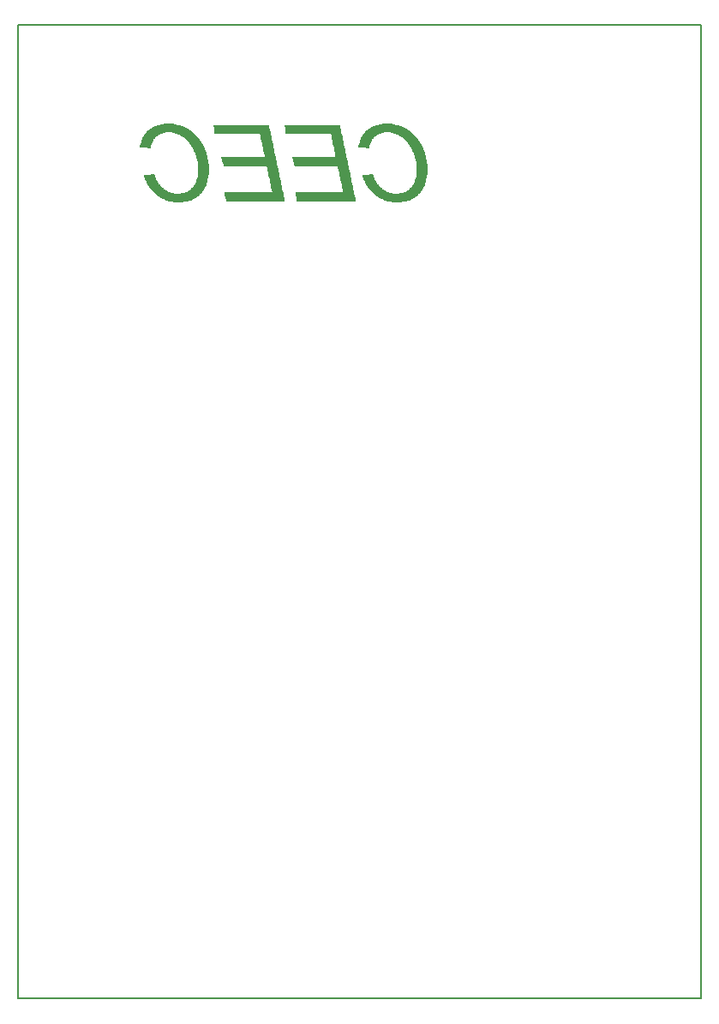
<source format=gbr>
G04 PROTEUS GERBER X2 FILE*
%TF.GenerationSoftware,Labcenter,Proteus,8.6-SP2-Build23525*%
%TF.CreationDate,2019-05-23T03:36:02+00:00*%
%TF.FileFunction,Legend,Bot*%
%TF.FilePolarity,Positive*%
%TF.Part,Single*%
%FSLAX45Y45*%
%MOMM*%
G01*
%TA.AperFunction,Profile*%
%ADD20C,0.203200*%
%TA.AperFunction,Material*%
%ADD22C,0.063500*%
%TD.AperFunction*%
D20*
X-10400000Y-3430000D02*
X-3650000Y-3430000D01*
X-3650000Y+6180000D01*
X-10400000Y+6180000D01*
X-10400000Y-3430000D01*
D22*
X-8866268Y+4438610D02*
X-8774828Y+4438610D01*
X-6707268Y+4438610D02*
X-6615828Y+4438610D01*
X-8896748Y+4443690D02*
X-8744348Y+4443690D01*
X-6737748Y+4443690D02*
X-6585348Y+4443690D01*
X-8917068Y+4448770D02*
X-8724028Y+4448770D01*
X-8348108Y+4448770D02*
X-7774068Y+4448770D01*
X-7647068Y+4448770D02*
X-7073028Y+4448770D01*
X-6758068Y+4448770D02*
X-6565028Y+4448770D01*
X-8932308Y+4453850D02*
X-8708788Y+4453850D01*
X-8348108Y+4453850D02*
X-7774068Y+4453850D01*
X-7647068Y+4453850D02*
X-7073028Y+4453850D01*
X-6773308Y+4453850D02*
X-6549788Y+4453850D01*
X-8947548Y+4458930D02*
X-8693548Y+4458930D01*
X-8348108Y+4458930D02*
X-7779148Y+4458930D01*
X-7647068Y+4458930D02*
X-7078108Y+4458930D01*
X-6788548Y+4458930D02*
X-6534548Y+4458930D01*
X-8957708Y+4464010D02*
X-8683388Y+4464010D01*
X-8348108Y+4464010D02*
X-7779148Y+4464010D01*
X-7647068Y+4464010D02*
X-7078108Y+4464010D01*
X-6798708Y+4464010D02*
X-6524388Y+4464010D01*
X-8967868Y+4469090D02*
X-8673228Y+4469090D01*
X-8353188Y+4469090D02*
X-7779148Y+4469090D01*
X-7652148Y+4469090D02*
X-7078108Y+4469090D01*
X-6808868Y+4469090D02*
X-6514228Y+4469090D01*
X-8978028Y+4474170D02*
X-8663068Y+4474170D01*
X-8353188Y+4474170D02*
X-7779148Y+4474170D01*
X-7652148Y+4474170D02*
X-7078108Y+4474170D01*
X-6819028Y+4474170D02*
X-6504068Y+4474170D01*
X-8988188Y+4479250D02*
X-8652908Y+4479250D01*
X-8353188Y+4479250D02*
X-7779148Y+4479250D01*
X-7652148Y+4479250D02*
X-7078108Y+4479250D01*
X-6829188Y+4479250D02*
X-6493908Y+4479250D01*
X-8998348Y+4484330D02*
X-8647828Y+4484330D01*
X-8353188Y+4484330D02*
X-7784228Y+4484330D01*
X-7652148Y+4484330D02*
X-7083188Y+4484330D01*
X-6839348Y+4484330D02*
X-6488828Y+4484330D01*
X-9003428Y+4489410D02*
X-8637668Y+4489410D01*
X-8353188Y+4489410D02*
X-7784228Y+4489410D01*
X-7652148Y+4489410D02*
X-7083188Y+4489410D01*
X-6844428Y+4489410D02*
X-6478668Y+4489410D01*
X-9013588Y+4494490D02*
X-8632588Y+4494490D01*
X-8358268Y+4494490D02*
X-7784228Y+4494490D01*
X-7657228Y+4494490D02*
X-7083188Y+4494490D01*
X-6854588Y+4494490D02*
X-6473588Y+4494490D01*
X-9018668Y+4499570D02*
X-8627508Y+4499570D01*
X-8358268Y+4499570D02*
X-7784228Y+4499570D01*
X-7657228Y+4499570D02*
X-7083188Y+4499570D01*
X-6859668Y+4499570D02*
X-6468508Y+4499570D01*
X-9028828Y+4504650D02*
X-8622428Y+4504650D01*
X-8358268Y+4504650D02*
X-7784228Y+4504650D01*
X-7657228Y+4504650D02*
X-7083188Y+4504650D01*
X-6869828Y+4504650D02*
X-6463428Y+4504650D01*
X-9033908Y+4509730D02*
X-8617348Y+4509730D01*
X-8358268Y+4509730D02*
X-7789308Y+4509730D01*
X-7657228Y+4509730D02*
X-7088268Y+4509730D01*
X-6874908Y+4509730D02*
X-6458348Y+4509730D01*
X-9038988Y+4514810D02*
X-8612268Y+4514810D01*
X-8358268Y+4514810D02*
X-7789308Y+4514810D01*
X-7657228Y+4514810D02*
X-7088268Y+4514810D01*
X-6879988Y+4514810D02*
X-6453268Y+4514810D01*
X-9044068Y+4519890D02*
X-8866268Y+4519890D01*
X-8795148Y+4519890D02*
X-8607188Y+4519890D01*
X-8363348Y+4519890D02*
X-7789308Y+4519890D01*
X-7662308Y+4519890D02*
X-7088268Y+4519890D01*
X-6885068Y+4519890D02*
X-6707268Y+4519890D01*
X-6636148Y+4519890D02*
X-6448188Y+4519890D01*
X-9049148Y+4524970D02*
X-8886588Y+4524970D01*
X-8769748Y+4524970D02*
X-8602108Y+4524970D01*
X-8363348Y+4524970D02*
X-7789308Y+4524970D01*
X-7662308Y+4524970D02*
X-7088268Y+4524970D01*
X-6890148Y+4524970D02*
X-6727588Y+4524970D01*
X-6610748Y+4524970D02*
X-6443108Y+4524970D01*
X-9054228Y+4530050D02*
X-8906908Y+4530050D01*
X-8754508Y+4530050D02*
X-8597028Y+4530050D01*
X-8363348Y+4530050D02*
X-7789308Y+4530050D01*
X-7662308Y+4530050D02*
X-7088268Y+4530050D01*
X-6895228Y+4530050D02*
X-6747908Y+4530050D01*
X-6595508Y+4530050D02*
X-6438028Y+4530050D01*
X-9059308Y+4535130D02*
X-8917068Y+4535130D01*
X-8739268Y+4535130D02*
X-8591948Y+4535130D01*
X-7890908Y+4535130D02*
X-7794388Y+4535130D01*
X-7189868Y+4535130D02*
X-7093348Y+4535130D01*
X-6900308Y+4535130D02*
X-6758068Y+4535130D01*
X-6580268Y+4535130D02*
X-6432948Y+4535130D01*
X-9064388Y+4540210D02*
X-8927228Y+4540210D01*
X-8729108Y+4540210D02*
X-8586868Y+4540210D01*
X-7890908Y+4540210D02*
X-7794388Y+4540210D01*
X-7189868Y+4540210D02*
X-7093348Y+4540210D01*
X-6905388Y+4540210D02*
X-6768228Y+4540210D01*
X-6570108Y+4540210D02*
X-6427868Y+4540210D01*
X-9069468Y+4545290D02*
X-8937388Y+4545290D01*
X-8718948Y+4545290D02*
X-8581788Y+4545290D01*
X-7890908Y+4545290D02*
X-7794388Y+4545290D01*
X-7189868Y+4545290D02*
X-7093348Y+4545290D01*
X-6910468Y+4545290D02*
X-6778388Y+4545290D01*
X-6559948Y+4545290D02*
X-6422788Y+4545290D01*
X-9074548Y+4550370D02*
X-8947548Y+4550370D01*
X-8713868Y+4550370D02*
X-8581788Y+4550370D01*
X-7895988Y+4550370D02*
X-7794388Y+4550370D01*
X-7194948Y+4550370D02*
X-7093348Y+4550370D01*
X-6915548Y+4550370D02*
X-6788548Y+4550370D01*
X-6554868Y+4550370D02*
X-6422788Y+4550370D01*
X-9079628Y+4555450D02*
X-8952628Y+4555450D01*
X-8703708Y+4555450D02*
X-8576708Y+4555450D01*
X-7895988Y+4555450D02*
X-7799468Y+4555450D01*
X-7194948Y+4555450D02*
X-7098428Y+4555450D01*
X-6920628Y+4555450D02*
X-6793628Y+4555450D01*
X-6544708Y+4555450D02*
X-6417708Y+4555450D01*
X-9084708Y+4560530D02*
X-8962788Y+4560530D01*
X-8698628Y+4560530D02*
X-8571628Y+4560530D01*
X-7895988Y+4560530D02*
X-7799468Y+4560530D01*
X-7194948Y+4560530D02*
X-7098428Y+4560530D01*
X-6925708Y+4560530D02*
X-6803788Y+4560530D01*
X-6539628Y+4560530D02*
X-6412628Y+4560530D01*
X-9089788Y+4565610D02*
X-8967868Y+4565610D01*
X-8693548Y+4565610D02*
X-8571628Y+4565610D01*
X-7895988Y+4565610D02*
X-7799468Y+4565610D01*
X-7194948Y+4565610D02*
X-7098428Y+4565610D01*
X-6930788Y+4565610D02*
X-6808868Y+4565610D01*
X-6534548Y+4565610D02*
X-6412628Y+4565610D01*
X-9094868Y+4570690D02*
X-8972948Y+4570690D01*
X-8688468Y+4570690D02*
X-8566548Y+4570690D01*
X-7901068Y+4570690D02*
X-7799468Y+4570690D01*
X-7200028Y+4570690D02*
X-7098428Y+4570690D01*
X-6935868Y+4570690D02*
X-6813948Y+4570690D01*
X-6529468Y+4570690D02*
X-6407548Y+4570690D01*
X-9094868Y+4575770D02*
X-8983108Y+4575770D01*
X-8683388Y+4575770D02*
X-8566548Y+4575770D01*
X-7901068Y+4575770D02*
X-7799468Y+4575770D01*
X-7200028Y+4575770D02*
X-7098428Y+4575770D01*
X-6935868Y+4575770D02*
X-6824108Y+4575770D01*
X-6524388Y+4575770D02*
X-6407548Y+4575770D01*
X-9099948Y+4580850D02*
X-8988188Y+4580850D01*
X-8678308Y+4580850D02*
X-8561468Y+4580850D01*
X-7901068Y+4580850D02*
X-7804548Y+4580850D01*
X-7200028Y+4580850D02*
X-7103508Y+4580850D01*
X-6940948Y+4580850D02*
X-6829188Y+4580850D01*
X-6519308Y+4580850D02*
X-6402468Y+4580850D01*
X-9105028Y+4585930D02*
X-8993268Y+4585930D01*
X-8673228Y+4585930D02*
X-8561468Y+4585930D01*
X-7901068Y+4585930D02*
X-7804548Y+4585930D01*
X-7200028Y+4585930D02*
X-7103508Y+4585930D01*
X-6946028Y+4585930D02*
X-6834268Y+4585930D01*
X-6514228Y+4585930D02*
X-6402468Y+4585930D01*
X-9105028Y+4591010D02*
X-8998348Y+4591010D01*
X-8668148Y+4591010D02*
X-8556388Y+4591010D01*
X-7901068Y+4591010D02*
X-7804548Y+4591010D01*
X-7200028Y+4591010D02*
X-7103508Y+4591010D01*
X-6946028Y+4591010D02*
X-6839348Y+4591010D01*
X-6509148Y+4591010D02*
X-6397388Y+4591010D01*
X-9110108Y+4596090D02*
X-9003428Y+4596090D01*
X-8663068Y+4596090D02*
X-8556388Y+4596090D01*
X-7906148Y+4596090D02*
X-7804548Y+4596090D01*
X-7205108Y+4596090D02*
X-7103508Y+4596090D01*
X-6951108Y+4596090D02*
X-6844428Y+4596090D01*
X-6504068Y+4596090D02*
X-6397388Y+4596090D01*
X-9115188Y+4601170D02*
X-9008508Y+4601170D01*
X-8663068Y+4601170D02*
X-8551308Y+4601170D01*
X-7906148Y+4601170D02*
X-7804548Y+4601170D01*
X-7205108Y+4601170D02*
X-7103508Y+4601170D01*
X-6956188Y+4601170D02*
X-6849508Y+4601170D01*
X-6504068Y+4601170D02*
X-6392308Y+4601170D01*
X-9115188Y+4606250D02*
X-9008508Y+4606250D01*
X-8657988Y+4606250D02*
X-8551308Y+4606250D01*
X-7906148Y+4606250D02*
X-7809628Y+4606250D01*
X-7205108Y+4606250D02*
X-7108588Y+4606250D01*
X-6956188Y+4606250D02*
X-6849508Y+4606250D01*
X-6498988Y+4606250D02*
X-6392308Y+4606250D01*
X-9120268Y+4611330D02*
X-9013588Y+4611330D01*
X-8652908Y+4611330D02*
X-8551308Y+4611330D01*
X-7906148Y+4611330D02*
X-7809628Y+4611330D01*
X-7205108Y+4611330D02*
X-7108588Y+4611330D01*
X-6961268Y+4611330D02*
X-6854588Y+4611330D01*
X-6493908Y+4611330D02*
X-6392308Y+4611330D01*
X-9120268Y+4616410D02*
X-9018668Y+4616410D01*
X-8652908Y+4616410D02*
X-8546228Y+4616410D01*
X-7906148Y+4616410D02*
X-7809628Y+4616410D01*
X-7205108Y+4616410D02*
X-7108588Y+4616410D01*
X-6961268Y+4616410D02*
X-6859668Y+4616410D01*
X-6493908Y+4616410D02*
X-6387228Y+4616410D01*
X-9125348Y+4621490D02*
X-9023748Y+4621490D01*
X-8647828Y+4621490D02*
X-8546228Y+4621490D01*
X-7911228Y+4621490D02*
X-7809628Y+4621490D01*
X-7210188Y+4621490D02*
X-7108588Y+4621490D01*
X-6966348Y+4621490D02*
X-6864748Y+4621490D01*
X-6488828Y+4621490D02*
X-6387228Y+4621490D01*
X-9130428Y+4626570D02*
X-9023748Y+4626570D01*
X-8647828Y+4626570D02*
X-8546228Y+4626570D01*
X-7911228Y+4626570D02*
X-7809628Y+4626570D01*
X-7210188Y+4626570D02*
X-7108588Y+4626570D01*
X-6971428Y+4626570D02*
X-6864748Y+4626570D01*
X-6488828Y+4626570D02*
X-6387228Y+4626570D01*
X-9130428Y+4631650D02*
X-9028828Y+4631650D01*
X-8642748Y+4631650D02*
X-8541148Y+4631650D01*
X-7911228Y+4631650D02*
X-7814708Y+4631650D01*
X-7210188Y+4631650D02*
X-7113668Y+4631650D01*
X-6971428Y+4631650D02*
X-6869828Y+4631650D01*
X-6483748Y+4631650D02*
X-6382148Y+4631650D01*
X-9135508Y+4636730D02*
X-9033908Y+4636730D01*
X-8642748Y+4636730D02*
X-8541148Y+4636730D01*
X-7911228Y+4636730D02*
X-7814708Y+4636730D01*
X-7210188Y+4636730D02*
X-7113668Y+4636730D01*
X-6976508Y+4636730D02*
X-6874908Y+4636730D01*
X-6483748Y+4636730D02*
X-6382148Y+4636730D01*
X-9135508Y+4641810D02*
X-9033908Y+4641810D01*
X-8642748Y+4641810D02*
X-8541148Y+4641810D01*
X-7911228Y+4641810D02*
X-7814708Y+4641810D01*
X-7210188Y+4641810D02*
X-7113668Y+4641810D01*
X-6976508Y+4641810D02*
X-6874908Y+4641810D01*
X-6483748Y+4641810D02*
X-6382148Y+4641810D01*
X-9140588Y+4646890D02*
X-9038988Y+4646890D01*
X-8637668Y+4646890D02*
X-8536068Y+4646890D01*
X-7916308Y+4646890D02*
X-7814708Y+4646890D01*
X-7215268Y+4646890D02*
X-7113668Y+4646890D01*
X-6981588Y+4646890D02*
X-6879988Y+4646890D01*
X-6478668Y+4646890D02*
X-6377068Y+4646890D01*
X-9140588Y+4651970D02*
X-9038988Y+4651970D01*
X-8637668Y+4651970D02*
X-8536068Y+4651970D01*
X-7916308Y+4651970D02*
X-7814708Y+4651970D01*
X-7215268Y+4651970D02*
X-7113668Y+4651970D01*
X-6981588Y+4651970D02*
X-6879988Y+4651970D01*
X-6478668Y+4651970D02*
X-6377068Y+4651970D01*
X-9145668Y+4657050D02*
X-9044068Y+4657050D01*
X-8637668Y+4657050D02*
X-8536068Y+4657050D01*
X-7916308Y+4657050D02*
X-7819788Y+4657050D01*
X-7215268Y+4657050D02*
X-7118748Y+4657050D01*
X-6986668Y+4657050D02*
X-6885068Y+4657050D01*
X-6478668Y+4657050D02*
X-6377068Y+4657050D01*
X-9145668Y+4662130D02*
X-9044068Y+4662130D01*
X-8632588Y+4662130D02*
X-8536068Y+4662130D01*
X-7916308Y+4662130D02*
X-7819788Y+4662130D01*
X-7215268Y+4662130D02*
X-7118748Y+4662130D01*
X-6986668Y+4662130D02*
X-6885068Y+4662130D01*
X-6473588Y+4662130D02*
X-6377068Y+4662130D01*
X-9145668Y+4667210D02*
X-9049148Y+4667210D01*
X-8632588Y+4667210D02*
X-8536068Y+4667210D01*
X-7916308Y+4667210D02*
X-7819788Y+4667210D01*
X-7215268Y+4667210D02*
X-7118748Y+4667210D01*
X-6986668Y+4667210D02*
X-6890148Y+4667210D01*
X-6473588Y+4667210D02*
X-6377068Y+4667210D01*
X-9150748Y+4672290D02*
X-9049148Y+4672290D01*
X-8632588Y+4672290D02*
X-8530988Y+4672290D01*
X-7921388Y+4672290D02*
X-7819788Y+4672290D01*
X-7220348Y+4672290D02*
X-7118748Y+4672290D01*
X-6991748Y+4672290D02*
X-6890148Y+4672290D01*
X-6473588Y+4672290D02*
X-6371988Y+4672290D01*
X-9150748Y+4677370D02*
X-9054228Y+4677370D01*
X-8632588Y+4677370D02*
X-8530988Y+4677370D01*
X-7921388Y+4677370D02*
X-7824868Y+4677370D01*
X-7220348Y+4677370D02*
X-7123828Y+4677370D01*
X-6991748Y+4677370D02*
X-6895228Y+4677370D01*
X-6473588Y+4677370D02*
X-6371988Y+4677370D01*
X-9155828Y+4682450D02*
X-9054228Y+4682450D01*
X-8627508Y+4682450D02*
X-8530988Y+4682450D01*
X-7921388Y+4682450D02*
X-7824868Y+4682450D01*
X-7220348Y+4682450D02*
X-7123828Y+4682450D01*
X-6996828Y+4682450D02*
X-6895228Y+4682450D01*
X-6468508Y+4682450D02*
X-6371988Y+4682450D01*
X-9155828Y+4687530D02*
X-9054228Y+4687530D01*
X-8627508Y+4687530D02*
X-8530988Y+4687530D01*
X-7921388Y+4687530D02*
X-7824868Y+4687530D01*
X-7220348Y+4687530D02*
X-7123828Y+4687530D01*
X-6996828Y+4687530D02*
X-6895228Y+4687530D01*
X-6468508Y+4687530D02*
X-6371988Y+4687530D01*
X-9155828Y+4692610D02*
X-9059308Y+4692610D01*
X-8627508Y+4692610D02*
X-8530988Y+4692610D01*
X-7926468Y+4692610D02*
X-7824868Y+4692610D01*
X-7225428Y+4692610D02*
X-7123828Y+4692610D01*
X-6996828Y+4692610D02*
X-6900308Y+4692610D01*
X-6468508Y+4692610D02*
X-6371988Y+4692610D01*
X-9160908Y+4697690D02*
X-9059308Y+4697690D01*
X-8627508Y+4697690D02*
X-8530988Y+4697690D01*
X-7926468Y+4697690D02*
X-7824868Y+4697690D01*
X-7225428Y+4697690D02*
X-7123828Y+4697690D01*
X-7001908Y+4697690D02*
X-6900308Y+4697690D01*
X-6468508Y+4697690D02*
X-6371988Y+4697690D01*
X-9135508Y+4702770D02*
X-9064388Y+4702770D01*
X-8627508Y+4702770D02*
X-8530988Y+4702770D01*
X-7926468Y+4702770D02*
X-7829948Y+4702770D01*
X-7225428Y+4702770D02*
X-7128908Y+4702770D01*
X-6976508Y+4702770D02*
X-6905388Y+4702770D01*
X-6468508Y+4702770D02*
X-6371988Y+4702770D01*
X-9089788Y+4707850D02*
X-9064388Y+4707850D01*
X-8627508Y+4707850D02*
X-8525908Y+4707850D01*
X-7926468Y+4707850D02*
X-7829948Y+4707850D01*
X-7225428Y+4707850D02*
X-7128908Y+4707850D01*
X-6930788Y+4707850D02*
X-6905388Y+4707850D01*
X-6468508Y+4707850D02*
X-6366908Y+4707850D01*
X-8622428Y+4712930D02*
X-8525908Y+4712930D01*
X-7926468Y+4712930D02*
X-7829948Y+4712930D01*
X-7225428Y+4712930D02*
X-7128908Y+4712930D01*
X-6463428Y+4712930D02*
X-6366908Y+4712930D01*
X-8622428Y+4718010D02*
X-8525908Y+4718010D01*
X-7931548Y+4718010D02*
X-7829948Y+4718010D01*
X-7230508Y+4718010D02*
X-7128908Y+4718010D01*
X-6463428Y+4718010D02*
X-6366908Y+4718010D01*
X-8622428Y+4723090D02*
X-8525908Y+4723090D01*
X-7931548Y+4723090D02*
X-7829948Y+4723090D01*
X-7230508Y+4723090D02*
X-7128908Y+4723090D01*
X-6463428Y+4723090D02*
X-6366908Y+4723090D01*
X-8622428Y+4728170D02*
X-8525908Y+4728170D01*
X-7931548Y+4728170D02*
X-7835028Y+4728170D01*
X-7230508Y+4728170D02*
X-7133988Y+4728170D01*
X-6463428Y+4728170D02*
X-6366908Y+4728170D01*
X-8622428Y+4733250D02*
X-8525908Y+4733250D01*
X-7931548Y+4733250D02*
X-7835028Y+4733250D01*
X-7230508Y+4733250D02*
X-7133988Y+4733250D01*
X-6463428Y+4733250D02*
X-6366908Y+4733250D01*
X-8622428Y+4738330D02*
X-8525908Y+4738330D01*
X-7931548Y+4738330D02*
X-7835028Y+4738330D01*
X-7230508Y+4738330D02*
X-7133988Y+4738330D01*
X-6463428Y+4738330D02*
X-6366908Y+4738330D01*
X-8622428Y+4743410D02*
X-8525908Y+4743410D01*
X-7936628Y+4743410D02*
X-7835028Y+4743410D01*
X-7235588Y+4743410D02*
X-7133988Y+4743410D01*
X-6463428Y+4743410D02*
X-6366908Y+4743410D01*
X-8622428Y+4748490D02*
X-8525908Y+4748490D01*
X-7936628Y+4748490D02*
X-7835028Y+4748490D01*
X-7235588Y+4748490D02*
X-7133988Y+4748490D01*
X-6463428Y+4748490D02*
X-6366908Y+4748490D01*
X-8622428Y+4753570D02*
X-8525908Y+4753570D01*
X-7936628Y+4753570D02*
X-7840108Y+4753570D01*
X-7235588Y+4753570D02*
X-7139068Y+4753570D01*
X-6463428Y+4753570D02*
X-6366908Y+4753570D01*
X-8622428Y+4758650D02*
X-8525908Y+4758650D01*
X-7936628Y+4758650D02*
X-7840108Y+4758650D01*
X-7235588Y+4758650D02*
X-7139068Y+4758650D01*
X-6463428Y+4758650D02*
X-6366908Y+4758650D01*
X-8622428Y+4763730D02*
X-8525908Y+4763730D01*
X-7936628Y+4763730D02*
X-7840108Y+4763730D01*
X-7235588Y+4763730D02*
X-7139068Y+4763730D01*
X-6463428Y+4763730D02*
X-6366908Y+4763730D01*
X-8622428Y+4768810D02*
X-8525908Y+4768810D01*
X-7941708Y+4768810D02*
X-7840108Y+4768810D01*
X-7240668Y+4768810D02*
X-7139068Y+4768810D01*
X-6463428Y+4768810D02*
X-6366908Y+4768810D01*
X-8622428Y+4773890D02*
X-8525908Y+4773890D01*
X-7941708Y+4773890D02*
X-7845188Y+4773890D01*
X-7240668Y+4773890D02*
X-7144148Y+4773890D01*
X-6463428Y+4773890D02*
X-6366908Y+4773890D01*
X-8622428Y+4778970D02*
X-8525908Y+4778970D01*
X-7941708Y+4778970D02*
X-7845188Y+4778970D01*
X-7240668Y+4778970D02*
X-7144148Y+4778970D01*
X-6463428Y+4778970D02*
X-6366908Y+4778970D01*
X-8622428Y+4784050D02*
X-8525908Y+4784050D01*
X-7941708Y+4784050D02*
X-7845188Y+4784050D01*
X-7240668Y+4784050D02*
X-7144148Y+4784050D01*
X-6463428Y+4784050D02*
X-6366908Y+4784050D01*
X-8622428Y+4789130D02*
X-8525908Y+4789130D01*
X-7946788Y+4789130D02*
X-7845188Y+4789130D01*
X-7245748Y+4789130D02*
X-7144148Y+4789130D01*
X-6463428Y+4789130D02*
X-6366908Y+4789130D01*
X-8622428Y+4794210D02*
X-8525908Y+4794210D01*
X-8368428Y+4794210D02*
X-7845188Y+4794210D01*
X-7667388Y+4794210D02*
X-7144148Y+4794210D01*
X-6463428Y+4794210D02*
X-6366908Y+4794210D01*
X-8622428Y+4799290D02*
X-8525908Y+4799290D01*
X-8368428Y+4799290D02*
X-7850268Y+4799290D01*
X-7667388Y+4799290D02*
X-7149228Y+4799290D01*
X-6463428Y+4799290D02*
X-6366908Y+4799290D01*
X-8622428Y+4804370D02*
X-8525908Y+4804370D01*
X-8373508Y+4804370D02*
X-7850268Y+4804370D01*
X-7672468Y+4804370D02*
X-7149228Y+4804370D01*
X-6463428Y+4804370D02*
X-6366908Y+4804370D01*
X-8627508Y+4809450D02*
X-8525908Y+4809450D01*
X-8373508Y+4809450D02*
X-7850268Y+4809450D01*
X-7672468Y+4809450D02*
X-7149228Y+4809450D01*
X-6468508Y+4809450D02*
X-6366908Y+4809450D01*
X-8627508Y+4814530D02*
X-8530988Y+4814530D01*
X-8373508Y+4814530D02*
X-7850268Y+4814530D01*
X-7672468Y+4814530D02*
X-7149228Y+4814530D01*
X-6468508Y+4814530D02*
X-6371988Y+4814530D01*
X-8627508Y+4819610D02*
X-8530988Y+4819610D01*
X-8378588Y+4819610D02*
X-7850268Y+4819610D01*
X-7677548Y+4819610D02*
X-7149228Y+4819610D01*
X-6468508Y+4819610D02*
X-6371988Y+4819610D01*
X-8627508Y+4824690D02*
X-8530988Y+4824690D01*
X-8378588Y+4824690D02*
X-7855348Y+4824690D01*
X-7677548Y+4824690D02*
X-7154308Y+4824690D01*
X-6468508Y+4824690D02*
X-6371988Y+4824690D01*
X-8627508Y+4829770D02*
X-8530988Y+4829770D01*
X-8378588Y+4829770D02*
X-7855348Y+4829770D01*
X-7677548Y+4829770D02*
X-7154308Y+4829770D01*
X-6468508Y+4829770D02*
X-6371988Y+4829770D01*
X-8627508Y+4834850D02*
X-8530988Y+4834850D01*
X-8383668Y+4834850D02*
X-7855348Y+4834850D01*
X-7682628Y+4834850D02*
X-7154308Y+4834850D01*
X-6468508Y+4834850D02*
X-6371988Y+4834850D01*
X-8627508Y+4839930D02*
X-8530988Y+4839930D01*
X-8383668Y+4839930D02*
X-7855348Y+4839930D01*
X-7682628Y+4839930D02*
X-7154308Y+4839930D01*
X-6468508Y+4839930D02*
X-6371988Y+4839930D01*
X-8632588Y+4845010D02*
X-8530988Y+4845010D01*
X-8383668Y+4845010D02*
X-7855348Y+4845010D01*
X-7682628Y+4845010D02*
X-7154308Y+4845010D01*
X-6473588Y+4845010D02*
X-6371988Y+4845010D01*
X-8632588Y+4850090D02*
X-8530988Y+4850090D01*
X-8383668Y+4850090D02*
X-7860428Y+4850090D01*
X-7682628Y+4850090D02*
X-7159388Y+4850090D01*
X-6473588Y+4850090D02*
X-6371988Y+4850090D01*
X-8632588Y+4855170D02*
X-8536068Y+4855170D01*
X-8388748Y+4855170D02*
X-7860428Y+4855170D01*
X-7687708Y+4855170D02*
X-7159388Y+4855170D01*
X-6473588Y+4855170D02*
X-6377068Y+4855170D01*
X-8632588Y+4860250D02*
X-8536068Y+4860250D01*
X-8388748Y+4860250D02*
X-7860428Y+4860250D01*
X-7687708Y+4860250D02*
X-7159388Y+4860250D01*
X-6473588Y+4860250D02*
X-6377068Y+4860250D01*
X-8632588Y+4865330D02*
X-8536068Y+4865330D01*
X-8388748Y+4865330D02*
X-7860428Y+4865330D01*
X-7687708Y+4865330D02*
X-7159388Y+4865330D01*
X-6473588Y+4865330D02*
X-6377068Y+4865330D01*
X-8637668Y+4870410D02*
X-8536068Y+4870410D01*
X-8393828Y+4870410D02*
X-7860428Y+4870410D01*
X-7692788Y+4870410D02*
X-7159388Y+4870410D01*
X-6478668Y+4870410D02*
X-6377068Y+4870410D01*
X-8637668Y+4875490D02*
X-8536068Y+4875490D01*
X-8393828Y+4875490D02*
X-7865508Y+4875490D01*
X-7692788Y+4875490D02*
X-7164468Y+4875490D01*
X-6478668Y+4875490D02*
X-6377068Y+4875490D01*
X-8637668Y+4880570D02*
X-8541148Y+4880570D01*
X-7962028Y+4880570D02*
X-7865508Y+4880570D01*
X-7260988Y+4880570D02*
X-7164468Y+4880570D01*
X-6478668Y+4880570D02*
X-6382148Y+4880570D01*
X-8637668Y+4885650D02*
X-8541148Y+4885650D01*
X-7967108Y+4885650D02*
X-7865508Y+4885650D01*
X-7266068Y+4885650D02*
X-7164468Y+4885650D01*
X-6478668Y+4885650D02*
X-6382148Y+4885650D01*
X-8642748Y+4890730D02*
X-8541148Y+4890730D01*
X-7967108Y+4890730D02*
X-7865508Y+4890730D01*
X-7266068Y+4890730D02*
X-7164468Y+4890730D01*
X-6483748Y+4890730D02*
X-6382148Y+4890730D01*
X-8642748Y+4895810D02*
X-8541148Y+4895810D01*
X-7967108Y+4895810D02*
X-7870588Y+4895810D01*
X-7266068Y+4895810D02*
X-7169548Y+4895810D01*
X-6483748Y+4895810D02*
X-6382148Y+4895810D01*
X-8642748Y+4900890D02*
X-8546228Y+4900890D01*
X-7967108Y+4900890D02*
X-7870588Y+4900890D01*
X-7266068Y+4900890D02*
X-7169548Y+4900890D01*
X-6483748Y+4900890D02*
X-6387228Y+4900890D01*
X-8647828Y+4905970D02*
X-8546228Y+4905970D01*
X-7967108Y+4905970D02*
X-7870588Y+4905970D01*
X-7266068Y+4905970D02*
X-7169548Y+4905970D01*
X-6488828Y+4905970D02*
X-6387228Y+4905970D01*
X-8647828Y+4911050D02*
X-8546228Y+4911050D01*
X-7972188Y+4911050D02*
X-7870588Y+4911050D01*
X-7271148Y+4911050D02*
X-7169548Y+4911050D01*
X-6488828Y+4911050D02*
X-6387228Y+4911050D01*
X-8647828Y+4916130D02*
X-8546228Y+4916130D01*
X-7972188Y+4916130D02*
X-7870588Y+4916130D01*
X-7271148Y+4916130D02*
X-7169548Y+4916130D01*
X-6488828Y+4916130D02*
X-6387228Y+4916130D01*
X-8652908Y+4921210D02*
X-8551308Y+4921210D01*
X-7972188Y+4921210D02*
X-7875668Y+4921210D01*
X-7271148Y+4921210D02*
X-7174628Y+4921210D01*
X-6493908Y+4921210D02*
X-6392308Y+4921210D01*
X-8652908Y+4926290D02*
X-8551308Y+4926290D01*
X-7972188Y+4926290D02*
X-7875668Y+4926290D01*
X-7271148Y+4926290D02*
X-7174628Y+4926290D01*
X-6493908Y+4926290D02*
X-6392308Y+4926290D01*
X-8657988Y+4931370D02*
X-8551308Y+4931370D01*
X-7972188Y+4931370D02*
X-7875668Y+4931370D01*
X-7271148Y+4931370D02*
X-7174628Y+4931370D01*
X-6498988Y+4931370D02*
X-6392308Y+4931370D01*
X-8657988Y+4936450D02*
X-8556388Y+4936450D01*
X-7977268Y+4936450D02*
X-7875668Y+4936450D01*
X-7276228Y+4936450D02*
X-7174628Y+4936450D01*
X-6498988Y+4936450D02*
X-6397388Y+4936450D01*
X-8663068Y+4941530D02*
X-8556388Y+4941530D01*
X-7977268Y+4941530D02*
X-7875668Y+4941530D01*
X-7276228Y+4941530D02*
X-7174628Y+4941530D01*
X-6504068Y+4941530D02*
X-6397388Y+4941530D01*
X-8663068Y+4946610D02*
X-8556388Y+4946610D01*
X-7977268Y+4946610D02*
X-7880748Y+4946610D01*
X-7276228Y+4946610D02*
X-7179708Y+4946610D01*
X-6504068Y+4946610D02*
X-6397388Y+4946610D01*
X-8663068Y+4951690D02*
X-8561468Y+4951690D01*
X-7977268Y+4951690D02*
X-7880748Y+4951690D01*
X-7276228Y+4951690D02*
X-7179708Y+4951690D01*
X-6504068Y+4951690D02*
X-6402468Y+4951690D01*
X-8668148Y+4956770D02*
X-8561468Y+4956770D01*
X-7977268Y+4956770D02*
X-7880748Y+4956770D01*
X-7276228Y+4956770D02*
X-7179708Y+4956770D01*
X-6509148Y+4956770D02*
X-6402468Y+4956770D01*
X-8668148Y+4961850D02*
X-8566548Y+4961850D01*
X-7982348Y+4961850D02*
X-7880748Y+4961850D01*
X-7281308Y+4961850D02*
X-7179708Y+4961850D01*
X-6509148Y+4961850D02*
X-6407548Y+4961850D01*
X-8673228Y+4966930D02*
X-8566548Y+4966930D01*
X-7982348Y+4966930D02*
X-7880748Y+4966930D01*
X-7281308Y+4966930D02*
X-7179708Y+4966930D01*
X-6514228Y+4966930D02*
X-6407548Y+4966930D01*
X-9125348Y+4972010D02*
X-9099948Y+4972010D01*
X-8678308Y+4972010D02*
X-8566548Y+4972010D01*
X-7982348Y+4972010D02*
X-7885828Y+4972010D01*
X-7281308Y+4972010D02*
X-7184788Y+4972010D01*
X-6966348Y+4972010D02*
X-6940948Y+4972010D01*
X-6519308Y+4972010D02*
X-6407548Y+4972010D01*
X-9171068Y+4977090D02*
X-9099948Y+4977090D01*
X-8678308Y+4977090D02*
X-8571628Y+4977090D01*
X-7982348Y+4977090D02*
X-7885828Y+4977090D01*
X-7281308Y+4977090D02*
X-7184788Y+4977090D01*
X-7012068Y+4977090D02*
X-6940948Y+4977090D01*
X-6519308Y+4977090D02*
X-6412628Y+4977090D01*
X-9196468Y+4982170D02*
X-9099948Y+4982170D01*
X-8683388Y+4982170D02*
X-8571628Y+4982170D01*
X-7982348Y+4982170D02*
X-7885828Y+4982170D01*
X-7281308Y+4982170D02*
X-7184788Y+4982170D01*
X-7037468Y+4982170D02*
X-6940948Y+4982170D01*
X-6524388Y+4982170D02*
X-6412628Y+4982170D01*
X-9196468Y+4987250D02*
X-9094868Y+4987250D01*
X-8683388Y+4987250D02*
X-8576708Y+4987250D01*
X-7987428Y+4987250D02*
X-7885828Y+4987250D01*
X-7286388Y+4987250D02*
X-7184788Y+4987250D01*
X-7037468Y+4987250D02*
X-6935868Y+4987250D01*
X-6524388Y+4987250D02*
X-6417708Y+4987250D01*
X-9196468Y+4992330D02*
X-9094868Y+4992330D01*
X-8688468Y+4992330D02*
X-8576708Y+4992330D01*
X-7987428Y+4992330D02*
X-7890908Y+4992330D01*
X-7286388Y+4992330D02*
X-7189868Y+4992330D01*
X-7037468Y+4992330D02*
X-6935868Y+4992330D01*
X-6529468Y+4992330D02*
X-6417708Y+4992330D01*
X-9196468Y+4997410D02*
X-9094868Y+4997410D01*
X-8693548Y+4997410D02*
X-8581788Y+4997410D01*
X-7987428Y+4997410D02*
X-7890908Y+4997410D01*
X-7286388Y+4997410D02*
X-7189868Y+4997410D01*
X-7037468Y+4997410D02*
X-6935868Y+4997410D01*
X-6534548Y+4997410D02*
X-6422788Y+4997410D01*
X-9191388Y+5002490D02*
X-9094868Y+5002490D01*
X-8693548Y+5002490D02*
X-8581788Y+5002490D01*
X-7987428Y+5002490D02*
X-7890908Y+5002490D01*
X-7286388Y+5002490D02*
X-7189868Y+5002490D01*
X-7032388Y+5002490D02*
X-6935868Y+5002490D01*
X-6534548Y+5002490D02*
X-6422788Y+5002490D01*
X-9191388Y+5007570D02*
X-9089788Y+5007570D01*
X-8698628Y+5007570D02*
X-8586868Y+5007570D01*
X-7992508Y+5007570D02*
X-7890908Y+5007570D01*
X-7291468Y+5007570D02*
X-7189868Y+5007570D01*
X-7032388Y+5007570D02*
X-6930788Y+5007570D01*
X-6539628Y+5007570D02*
X-6427868Y+5007570D01*
X-9191388Y+5012650D02*
X-9089788Y+5012650D01*
X-8703708Y+5012650D02*
X-8591948Y+5012650D01*
X-7992508Y+5012650D02*
X-7890908Y+5012650D01*
X-7291468Y+5012650D02*
X-7189868Y+5012650D01*
X-7032388Y+5012650D02*
X-6930788Y+5012650D01*
X-6544708Y+5012650D02*
X-6432948Y+5012650D01*
X-9191388Y+5017730D02*
X-9089788Y+5017730D01*
X-8708788Y+5017730D02*
X-8591948Y+5017730D01*
X-7992508Y+5017730D02*
X-7895988Y+5017730D01*
X-7291468Y+5017730D02*
X-7194948Y+5017730D01*
X-7032388Y+5017730D02*
X-6930788Y+5017730D01*
X-6549788Y+5017730D02*
X-6432948Y+5017730D01*
X-9186308Y+5022810D02*
X-9084708Y+5022810D01*
X-8708788Y+5022810D02*
X-8597028Y+5022810D01*
X-7992508Y+5022810D02*
X-7895988Y+5022810D01*
X-7291468Y+5022810D02*
X-7194948Y+5022810D01*
X-7027308Y+5022810D02*
X-6925708Y+5022810D01*
X-6549788Y+5022810D02*
X-6438028Y+5022810D01*
X-9186308Y+5027890D02*
X-9084708Y+5027890D01*
X-8713868Y+5027890D02*
X-8597028Y+5027890D01*
X-7992508Y+5027890D02*
X-7895988Y+5027890D01*
X-7291468Y+5027890D02*
X-7194948Y+5027890D01*
X-7027308Y+5027890D02*
X-6925708Y+5027890D01*
X-6554868Y+5027890D02*
X-6438028Y+5027890D01*
X-9186308Y+5032970D02*
X-9079628Y+5032970D01*
X-8718948Y+5032970D02*
X-8602108Y+5032970D01*
X-7997588Y+5032970D02*
X-7895988Y+5032970D01*
X-7296548Y+5032970D02*
X-7194948Y+5032970D01*
X-7027308Y+5032970D02*
X-6920628Y+5032970D01*
X-6559948Y+5032970D02*
X-6443108Y+5032970D01*
X-9186308Y+5038050D02*
X-9079628Y+5038050D01*
X-8724028Y+5038050D02*
X-8607188Y+5038050D01*
X-7997588Y+5038050D02*
X-7895988Y+5038050D01*
X-7296548Y+5038050D02*
X-7194948Y+5038050D01*
X-7027308Y+5038050D02*
X-6920628Y+5038050D01*
X-6565028Y+5038050D02*
X-6448188Y+5038050D01*
X-9181228Y+5043130D02*
X-9074548Y+5043130D01*
X-8729108Y+5043130D02*
X-8607188Y+5043130D01*
X-7997588Y+5043130D02*
X-7901068Y+5043130D01*
X-7296548Y+5043130D02*
X-7200028Y+5043130D01*
X-7022228Y+5043130D02*
X-6915548Y+5043130D01*
X-6570108Y+5043130D02*
X-6448188Y+5043130D01*
X-9181228Y+5048210D02*
X-9074548Y+5048210D01*
X-8734188Y+5048210D02*
X-8612268Y+5048210D01*
X-7997588Y+5048210D02*
X-7901068Y+5048210D01*
X-7296548Y+5048210D02*
X-7200028Y+5048210D01*
X-7022228Y+5048210D02*
X-6915548Y+5048210D01*
X-6575188Y+5048210D02*
X-6453268Y+5048210D01*
X-9176148Y+5053290D02*
X-9069468Y+5053290D01*
X-8739268Y+5053290D02*
X-8617348Y+5053290D01*
X-7997588Y+5053290D02*
X-7901068Y+5053290D01*
X-7296548Y+5053290D02*
X-7200028Y+5053290D01*
X-7017148Y+5053290D02*
X-6910468Y+5053290D01*
X-6580268Y+5053290D02*
X-6458348Y+5053290D01*
X-9176148Y+5058370D02*
X-9069468Y+5058370D01*
X-8744348Y+5058370D02*
X-8622428Y+5058370D01*
X-8002668Y+5058370D02*
X-7901068Y+5058370D01*
X-7301628Y+5058370D02*
X-7200028Y+5058370D01*
X-7017148Y+5058370D02*
X-6910468Y+5058370D01*
X-6585348Y+5058370D02*
X-6463428Y+5058370D01*
X-9176148Y+5063450D02*
X-9064388Y+5063450D01*
X-8749428Y+5063450D02*
X-8622428Y+5063450D01*
X-8002668Y+5063450D02*
X-7901068Y+5063450D01*
X-7301628Y+5063450D02*
X-7200028Y+5063450D01*
X-7017148Y+5063450D02*
X-6905388Y+5063450D01*
X-6590428Y+5063450D02*
X-6463428Y+5063450D01*
X-9171068Y+5068530D02*
X-9059308Y+5068530D01*
X-8754508Y+5068530D02*
X-8627508Y+5068530D01*
X-8002668Y+5068530D02*
X-7906148Y+5068530D01*
X-7301628Y+5068530D02*
X-7205108Y+5068530D01*
X-7012068Y+5068530D02*
X-6900308Y+5068530D01*
X-6595508Y+5068530D02*
X-6468508Y+5068530D01*
X-9171068Y+5073610D02*
X-9054228Y+5073610D01*
X-8759588Y+5073610D02*
X-8632588Y+5073610D01*
X-8002668Y+5073610D02*
X-7906148Y+5073610D01*
X-7301628Y+5073610D02*
X-7205108Y+5073610D01*
X-7012068Y+5073610D02*
X-6895228Y+5073610D01*
X-6600588Y+5073610D02*
X-6473588Y+5073610D01*
X-9165988Y+5078690D02*
X-9049148Y+5078690D01*
X-8769748Y+5078690D02*
X-8637668Y+5078690D01*
X-8002668Y+5078690D02*
X-7906148Y+5078690D01*
X-7301628Y+5078690D02*
X-7205108Y+5078690D01*
X-7006988Y+5078690D02*
X-6890148Y+5078690D01*
X-6610748Y+5078690D02*
X-6478668Y+5078690D01*
X-9165988Y+5083770D02*
X-9044068Y+5083770D01*
X-8774828Y+5083770D02*
X-8642748Y+5083770D01*
X-8007748Y+5083770D02*
X-7906148Y+5083770D01*
X-7306708Y+5083770D02*
X-7205108Y+5083770D01*
X-7006988Y+5083770D02*
X-6885068Y+5083770D01*
X-6615828Y+5083770D02*
X-6483748Y+5083770D01*
X-9160908Y+5088850D02*
X-9038988Y+5088850D01*
X-8784988Y+5088850D02*
X-8647828Y+5088850D01*
X-8007748Y+5088850D02*
X-7906148Y+5088850D01*
X-7306708Y+5088850D02*
X-7205108Y+5088850D01*
X-7001908Y+5088850D02*
X-6879988Y+5088850D01*
X-6625988Y+5088850D02*
X-6488828Y+5088850D01*
X-9155828Y+5093930D02*
X-9033908Y+5093930D01*
X-8790068Y+5093930D02*
X-8652908Y+5093930D01*
X-8007748Y+5093930D02*
X-7911228Y+5093930D01*
X-7306708Y+5093930D02*
X-7210188Y+5093930D01*
X-6996828Y+5093930D02*
X-6874908Y+5093930D01*
X-6631068Y+5093930D02*
X-6493908Y+5093930D01*
X-9155828Y+5099010D02*
X-9023748Y+5099010D01*
X-8800228Y+5099010D02*
X-8657988Y+5099010D01*
X-8007748Y+5099010D02*
X-7911228Y+5099010D01*
X-7306708Y+5099010D02*
X-7210188Y+5099010D01*
X-6996828Y+5099010D02*
X-6864748Y+5099010D01*
X-6641228Y+5099010D02*
X-6498988Y+5099010D01*
X-9150748Y+5104090D02*
X-9018668Y+5104090D01*
X-8810388Y+5104090D02*
X-8663068Y+5104090D01*
X-8012828Y+5104090D02*
X-7911228Y+5104090D01*
X-7311788Y+5104090D02*
X-7210188Y+5104090D01*
X-6991748Y+5104090D02*
X-6859668Y+5104090D01*
X-6651388Y+5104090D02*
X-6504068Y+5104090D01*
X-9145668Y+5109170D02*
X-9008508Y+5109170D01*
X-8825628Y+5109170D02*
X-8668148Y+5109170D01*
X-8012828Y+5109170D02*
X-7911228Y+5109170D01*
X-7311788Y+5109170D02*
X-7210188Y+5109170D01*
X-6986668Y+5109170D02*
X-6849508Y+5109170D01*
X-6666628Y+5109170D02*
X-6509148Y+5109170D01*
X-9140588Y+5114250D02*
X-8998348Y+5114250D01*
X-8835788Y+5114250D02*
X-8673228Y+5114250D01*
X-8454788Y+5114250D02*
X-7916308Y+5114250D01*
X-7753748Y+5114250D02*
X-7215268Y+5114250D01*
X-6981588Y+5114250D02*
X-6839348Y+5114250D01*
X-6676788Y+5114250D02*
X-6514228Y+5114250D01*
X-9140588Y+5119330D02*
X-8983108Y+5119330D01*
X-8856108Y+5119330D02*
X-8678308Y+5119330D01*
X-8459868Y+5119330D02*
X-7916308Y+5119330D01*
X-7758828Y+5119330D02*
X-7215268Y+5119330D01*
X-6981588Y+5119330D02*
X-6824108Y+5119330D01*
X-6697108Y+5119330D02*
X-6519308Y+5119330D01*
X-9135508Y+5124410D02*
X-8957708Y+5124410D01*
X-8881508Y+5124410D02*
X-8683388Y+5124410D01*
X-8459868Y+5124410D02*
X-7916308Y+5124410D01*
X-7758828Y+5124410D02*
X-7215268Y+5124410D01*
X-6976508Y+5124410D02*
X-6798708Y+5124410D01*
X-6722508Y+5124410D02*
X-6524388Y+5124410D01*
X-9130428Y+5129490D02*
X-8688468Y+5129490D01*
X-8459868Y+5129490D02*
X-7916308Y+5129490D01*
X-7758828Y+5129490D02*
X-7215268Y+5129490D01*
X-6971428Y+5129490D02*
X-6529468Y+5129490D01*
X-9125348Y+5134570D02*
X-8693548Y+5134570D01*
X-8459868Y+5134570D02*
X-7916308Y+5134570D01*
X-7758828Y+5134570D02*
X-7215268Y+5134570D01*
X-6966348Y+5134570D02*
X-6534548Y+5134570D01*
X-9120268Y+5139650D02*
X-8703708Y+5139650D01*
X-8459868Y+5139650D02*
X-7921388Y+5139650D01*
X-7758828Y+5139650D02*
X-7220348Y+5139650D01*
X-6961268Y+5139650D02*
X-6544708Y+5139650D01*
X-9110108Y+5144730D02*
X-8708788Y+5144730D01*
X-8459868Y+5144730D02*
X-7921388Y+5144730D01*
X-7758828Y+5144730D02*
X-7220348Y+5144730D01*
X-6951108Y+5144730D02*
X-6549788Y+5144730D01*
X-9105028Y+5149810D02*
X-8713868Y+5149810D01*
X-8459868Y+5149810D02*
X-7921388Y+5149810D01*
X-7758828Y+5149810D02*
X-7220348Y+5149810D01*
X-6946028Y+5149810D02*
X-6554868Y+5149810D01*
X-9099948Y+5154890D02*
X-8724028Y+5154890D01*
X-8464948Y+5154890D02*
X-7921388Y+5154890D01*
X-7763908Y+5154890D02*
X-7220348Y+5154890D01*
X-6940948Y+5154890D02*
X-6565028Y+5154890D01*
X-9094868Y+5159970D02*
X-8734188Y+5159970D01*
X-8464948Y+5159970D02*
X-7921388Y+5159970D01*
X-7763908Y+5159970D02*
X-7220348Y+5159970D01*
X-6935868Y+5159970D02*
X-6575188Y+5159970D01*
X-9084708Y+5165050D02*
X-8739268Y+5165050D01*
X-8464948Y+5165050D02*
X-7926468Y+5165050D01*
X-7763908Y+5165050D02*
X-7225428Y+5165050D01*
X-6925708Y+5165050D02*
X-6580268Y+5165050D01*
X-9074548Y+5170130D02*
X-8749428Y+5170130D01*
X-8464948Y+5170130D02*
X-7926468Y+5170130D01*
X-7763908Y+5170130D02*
X-7225428Y+5170130D01*
X-6915548Y+5170130D02*
X-6590428Y+5170130D01*
X-9069468Y+5175210D02*
X-8759588Y+5175210D01*
X-8464948Y+5175210D02*
X-7926468Y+5175210D01*
X-7763908Y+5175210D02*
X-7225428Y+5175210D01*
X-6910468Y+5175210D02*
X-6600588Y+5175210D01*
X-9059308Y+5180290D02*
X-8774828Y+5180290D01*
X-8464948Y+5180290D02*
X-7926468Y+5180290D01*
X-7763908Y+5180290D02*
X-7225428Y+5180290D01*
X-6900308Y+5180290D02*
X-6615828Y+5180290D01*
X-9044068Y+5185370D02*
X-8784988Y+5185370D01*
X-8470028Y+5185370D02*
X-7926468Y+5185370D01*
X-7768988Y+5185370D02*
X-7225428Y+5185370D01*
X-6885068Y+5185370D02*
X-6625988Y+5185370D01*
X-9033908Y+5190450D02*
X-8800228Y+5190450D01*
X-8470028Y+5190450D02*
X-7931548Y+5190450D01*
X-7768988Y+5190450D02*
X-7230508Y+5190450D01*
X-6874908Y+5190450D02*
X-6641228Y+5190450D01*
X-9018668Y+5195530D02*
X-8815468Y+5195530D01*
X-8470028Y+5195530D02*
X-7931548Y+5195530D01*
X-7768988Y+5195530D02*
X-7230508Y+5195530D01*
X-6859668Y+5195530D02*
X-6656468Y+5195530D01*
X-8993268Y+5200610D02*
X-8840868Y+5200610D01*
X-6834268Y+5200610D02*
X-6681868Y+5200610D01*
X-8962788Y+5205690D02*
X-8871348Y+5205690D01*
X-6803788Y+5205690D02*
X-6712348Y+5205690D01*
M02*

</source>
